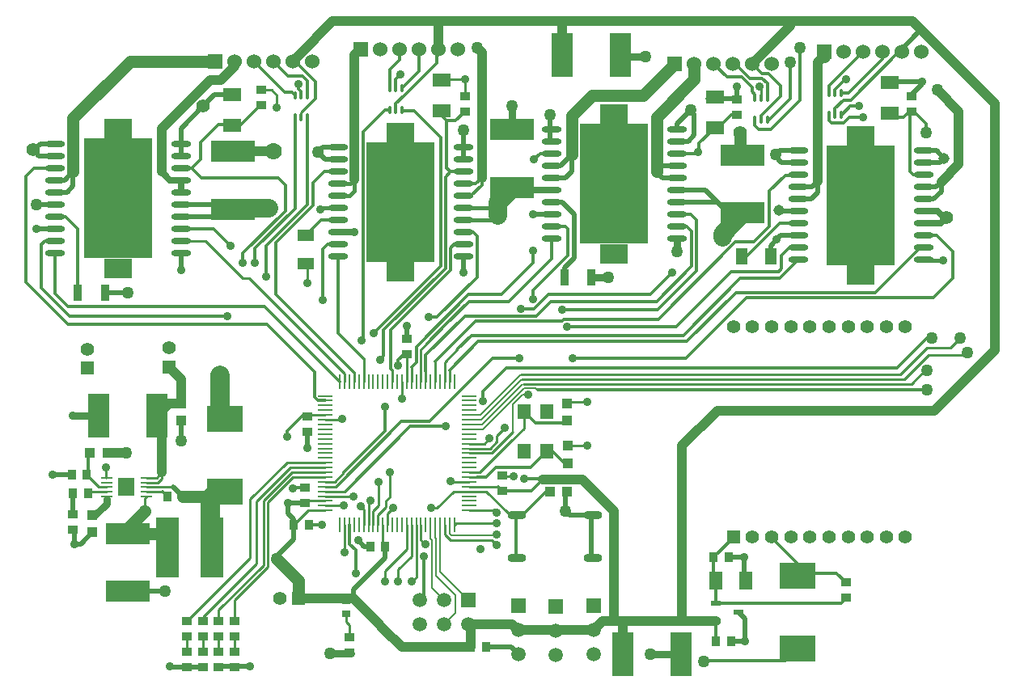
<source format=gtl>
%FSLAX25Y25*%
%MOIN*%
G70*
G01*
G75*
G04 Layer_Physical_Order=1*
G04 Layer_Color=255*
%ADD10R,0.07480X0.05315*%
%ADD11R,0.03937X0.03543*%
%ADD12R,0.03543X0.03937*%
%ADD13R,0.04331X0.04331*%
%ADD14O,0.05315X0.00984*%
%ADD15R,0.06614X0.07402*%
%ADD16R,0.11417X0.07874*%
%ADD17R,0.28346X0.49606*%
%ADD18O,0.08071X0.02362*%
%ADD19O,0.01575X0.03347*%
%ADD20R,0.04331X0.04331*%
%ADD21R,0.04528X0.07087*%
%ADD22R,0.08858X0.18110*%
%ADD23R,0.18110X0.08858*%
%ADD24R,0.09291X0.24882*%
%ADD25R,0.03740X0.06693*%
%ADD26R,0.15000X0.11000*%
%ADD27O,0.07677X0.03543*%
%ADD28R,0.05500X0.06300*%
%ADD29O,0.06102X0.00984*%
%ADD30O,0.00984X0.06102*%
%ADD31R,0.05315X0.07480*%
%ADD32R,0.03937X0.02362*%
%ADD33R,0.03543X0.02756*%
%ADD34R,0.07087X0.04528*%
%ADD35C,0.01200*%
%ADD36C,0.01000*%
%ADD37C,0.00700*%
%ADD38C,0.04000*%
%ADD39C,0.03000*%
%ADD40C,0.02000*%
%ADD41C,0.08000*%
%ADD42C,0.05000*%
%ADD43C,0.02500*%
%ADD44C,0.01500*%
%ADD45C,0.07500*%
%ADD46C,0.05512*%
%ADD47R,0.05512X0.05512*%
%ADD48C,0.05906*%
%ADD49R,0.05906X0.05906*%
%ADD50R,0.06000X0.06000*%
%ADD51C,0.06000*%
%ADD52R,0.05906X0.05906*%
%ADD53R,0.05512X0.05512*%
%ADD54C,0.03500*%
%ADD55C,0.05000*%
%ADD56C,0.01969*%
%ADD57C,0.07000*%
%ADD58C,0.05500*%
%ADD59C,0.04500*%
D10*
X241500Y430299D02*
D03*
Y417701D02*
D03*
X328000Y436299D02*
D03*
Y423701D02*
D03*
X440500Y429299D02*
D03*
Y416701D02*
D03*
X512500Y435299D02*
D03*
Y422701D02*
D03*
D11*
X272500Y291350D02*
D03*
Y297650D02*
D03*
X271500Y268150D02*
D03*
Y261850D02*
D03*
X494500Y229150D02*
D03*
Y222850D02*
D03*
X353000Y266850D02*
D03*
Y273150D02*
D03*
X313500Y329650D02*
D03*
Y323350D02*
D03*
X337500Y429650D02*
D03*
Y423350D02*
D03*
X521500Y429650D02*
D03*
Y423350D02*
D03*
X449500Y428150D02*
D03*
Y421850D02*
D03*
X253500Y432150D02*
D03*
Y425850D02*
D03*
X176000Y257150D02*
D03*
Y250850D02*
D03*
X242500Y194350D02*
D03*
Y200650D02*
D03*
X236000Y194350D02*
D03*
Y200650D02*
D03*
X229500Y194350D02*
D03*
Y200650D02*
D03*
X223000Y194350D02*
D03*
Y200650D02*
D03*
X242500Y213150D02*
D03*
Y206850D02*
D03*
X236000Y213150D02*
D03*
Y206850D02*
D03*
X229500Y213150D02*
D03*
Y206850D02*
D03*
X223000Y213150D02*
D03*
Y206850D02*
D03*
X290000Y200350D02*
D03*
Y206650D02*
D03*
D12*
X273150Y253000D02*
D03*
X266850D02*
D03*
X446150Y239500D02*
D03*
X439850D02*
D03*
X221150Y264500D02*
D03*
X214850D02*
D03*
X346150Y202500D02*
D03*
X339850D02*
D03*
X175850Y266000D02*
D03*
X182150D02*
D03*
X304650Y244000D02*
D03*
X298350D02*
D03*
X440850Y205000D02*
D03*
X447150D02*
D03*
X175350Y273500D02*
D03*
X181650D02*
D03*
D13*
X372457Y266500D02*
D03*
X379543D02*
D03*
X182957Y282500D02*
D03*
X190043D02*
D03*
D14*
X206268Y264563D02*
D03*
Y266531D02*
D03*
Y268500D02*
D03*
Y270468D02*
D03*
Y272437D02*
D03*
X189732Y264563D02*
D03*
Y266531D02*
D03*
Y268500D02*
D03*
Y270468D02*
D03*
Y272437D02*
D03*
D15*
X198000Y268500D02*
D03*
D16*
X500665Y413410D02*
D03*
Y355929D02*
D03*
X399000Y422240D02*
D03*
Y364760D02*
D03*
X194500Y416240D02*
D03*
Y358760D02*
D03*
X311000Y414740D02*
D03*
Y357260D02*
D03*
D17*
X500665Y384669D02*
D03*
X399000Y393500D02*
D03*
X194500Y387500D02*
D03*
X311000Y386000D02*
D03*
D18*
X474780Y407169D02*
D03*
Y402169D02*
D03*
Y397169D02*
D03*
Y392169D02*
D03*
Y387169D02*
D03*
Y382169D02*
D03*
Y377169D02*
D03*
Y372169D02*
D03*
Y367169D02*
D03*
Y362169D02*
D03*
X526551Y407169D02*
D03*
Y402169D02*
D03*
Y397169D02*
D03*
Y392169D02*
D03*
Y387169D02*
D03*
Y382169D02*
D03*
Y377169D02*
D03*
Y372169D02*
D03*
Y367169D02*
D03*
X373114Y416000D02*
D03*
Y411000D02*
D03*
Y406000D02*
D03*
Y401000D02*
D03*
Y396000D02*
D03*
Y391000D02*
D03*
Y386000D02*
D03*
Y381000D02*
D03*
Y376000D02*
D03*
Y371000D02*
D03*
X424886Y416000D02*
D03*
Y411000D02*
D03*
Y406000D02*
D03*
Y401000D02*
D03*
Y396000D02*
D03*
Y391000D02*
D03*
Y386000D02*
D03*
Y381000D02*
D03*
Y376000D02*
D03*
Y371000D02*
D03*
X168614Y410000D02*
D03*
Y405000D02*
D03*
Y400000D02*
D03*
Y395000D02*
D03*
Y390000D02*
D03*
Y385000D02*
D03*
Y380000D02*
D03*
Y375000D02*
D03*
Y370000D02*
D03*
Y365000D02*
D03*
X220386Y410000D02*
D03*
Y405000D02*
D03*
Y400000D02*
D03*
Y395000D02*
D03*
Y390000D02*
D03*
Y385000D02*
D03*
Y380000D02*
D03*
Y375000D02*
D03*
Y370000D02*
D03*
Y365000D02*
D03*
X285114Y408500D02*
D03*
Y403500D02*
D03*
Y398500D02*
D03*
Y393500D02*
D03*
Y388500D02*
D03*
Y383500D02*
D03*
Y378500D02*
D03*
Y373500D02*
D03*
Y368500D02*
D03*
Y363500D02*
D03*
X336886Y408500D02*
D03*
Y403500D02*
D03*
Y398500D02*
D03*
Y393500D02*
D03*
Y388500D02*
D03*
Y383500D02*
D03*
Y378500D02*
D03*
Y373500D02*
D03*
Y368500D02*
D03*
Y363500D02*
D03*
X526551Y362169D02*
D03*
D19*
X487441Y422071D02*
D03*
X490000D02*
D03*
X492559D02*
D03*
X487441Y430929D02*
D03*
X490000D02*
D03*
X492559D02*
D03*
X456941Y420071D02*
D03*
X459500D02*
D03*
X462059D02*
D03*
X456941Y428929D02*
D03*
X459500D02*
D03*
X462059D02*
D03*
X267441Y421071D02*
D03*
X270000D02*
D03*
X272559D02*
D03*
X267441Y429929D02*
D03*
X270000D02*
D03*
X272559D02*
D03*
X306441Y424071D02*
D03*
X309000D02*
D03*
X311559D02*
D03*
X306441Y432929D02*
D03*
X309000D02*
D03*
X311559D02*
D03*
D20*
X220500Y303043D02*
D03*
Y295957D02*
D03*
X184000Y257043D02*
D03*
Y249957D02*
D03*
X379500Y295957D02*
D03*
Y303043D02*
D03*
X380000Y278457D02*
D03*
Y285543D02*
D03*
D21*
X451594Y363500D02*
D03*
X463406D02*
D03*
D22*
X186591Y298000D02*
D03*
X210409D02*
D03*
X401409Y446500D02*
D03*
X377590D02*
D03*
X426409Y199500D02*
D03*
X402591D02*
D03*
D23*
X198500Y225590D02*
D03*
Y249410D02*
D03*
X452000Y405409D02*
D03*
Y381591D02*
D03*
X357000Y415909D02*
D03*
X242000Y406910D02*
D03*
Y383090D02*
D03*
X357000Y392091D02*
D03*
D24*
X233134Y243500D02*
D03*
X214866D02*
D03*
D25*
X378488Y355000D02*
D03*
X389512D02*
D03*
X177988Y348500D02*
D03*
X189012D02*
D03*
D26*
X238500Y266500D02*
D03*
Y296500D02*
D03*
X474500Y202000D02*
D03*
Y232000D02*
D03*
D27*
X358850Y256858D02*
D03*
Y239142D02*
D03*
X390150Y256858D02*
D03*
Y239142D02*
D03*
D28*
X371250Y283350D02*
D03*
Y299650D02*
D03*
X361750D02*
D03*
Y283350D02*
D03*
D29*
X279874Y258878D02*
D03*
Y260846D02*
D03*
Y262815D02*
D03*
Y264784D02*
D03*
Y266752D02*
D03*
Y268721D02*
D03*
Y270689D02*
D03*
Y272657D02*
D03*
Y274626D02*
D03*
Y276594D02*
D03*
Y278563D02*
D03*
Y280532D02*
D03*
Y282500D02*
D03*
Y284469D02*
D03*
Y286437D02*
D03*
Y288405D02*
D03*
Y290374D02*
D03*
Y292342D02*
D03*
Y294311D02*
D03*
Y296280D02*
D03*
Y298248D02*
D03*
Y300217D02*
D03*
Y302185D02*
D03*
Y304153D02*
D03*
Y306122D02*
D03*
X339126D02*
D03*
Y304153D02*
D03*
Y302185D02*
D03*
Y300217D02*
D03*
Y298248D02*
D03*
Y296280D02*
D03*
Y294311D02*
D03*
Y292342D02*
D03*
Y290374D02*
D03*
Y288405D02*
D03*
Y286437D02*
D03*
Y284469D02*
D03*
Y282500D02*
D03*
Y280532D02*
D03*
Y278563D02*
D03*
Y276594D02*
D03*
Y274626D02*
D03*
Y272657D02*
D03*
Y270689D02*
D03*
Y268721D02*
D03*
Y266752D02*
D03*
Y264784D02*
D03*
Y262815D02*
D03*
Y260846D02*
D03*
Y258878D02*
D03*
D30*
X285878Y312126D02*
D03*
X287846D02*
D03*
X289815D02*
D03*
X291783D02*
D03*
X293752D02*
D03*
X295721D02*
D03*
X297689D02*
D03*
X299658D02*
D03*
X301626D02*
D03*
X303594D02*
D03*
X305563D02*
D03*
X307531D02*
D03*
X309500D02*
D03*
X311469D02*
D03*
X313437D02*
D03*
X315406D02*
D03*
X317374D02*
D03*
X319342D02*
D03*
X321311D02*
D03*
X323280D02*
D03*
X325248D02*
D03*
X327217D02*
D03*
X329185D02*
D03*
X331153D02*
D03*
X333122D02*
D03*
Y252874D02*
D03*
X331153D02*
D03*
X329185D02*
D03*
X327217D02*
D03*
X325248D02*
D03*
X323280D02*
D03*
X321311D02*
D03*
X319342D02*
D03*
X317374D02*
D03*
X315406D02*
D03*
X313437D02*
D03*
X311469D02*
D03*
X309500D02*
D03*
X307531D02*
D03*
X305563D02*
D03*
X303594D02*
D03*
X301626D02*
D03*
X299658D02*
D03*
X297689D02*
D03*
X295721D02*
D03*
X293752D02*
D03*
X291783D02*
D03*
X289815D02*
D03*
X287846D02*
D03*
X285878D02*
D03*
D31*
X440701Y230000D02*
D03*
X453299D02*
D03*
D32*
X450224Y217000D02*
D03*
X440776Y213260D02*
D03*
Y220740D02*
D03*
D33*
X288500Y216244D02*
D03*
Y221756D02*
D03*
D34*
X272000Y372406D02*
D03*
Y360595D02*
D03*
D35*
X354500Y317500D02*
X515500D01*
X345000Y308000D02*
X354500Y317500D01*
X515500D02*
X528500Y330500D01*
X367500Y308500D02*
X528000D01*
X428500Y321500D02*
X453500Y346500D01*
X359500Y219500D02*
Y221000D01*
X220386Y375000D02*
X234000D01*
X512000Y420988D02*
X518244D01*
X520916Y424244D02*
X521500D01*
X518244Y420988D02*
X520916Y423660D01*
X442744Y417488D02*
X447106Y421850D01*
X225000Y400000D02*
X228500Y403500D01*
X432000Y442737D02*
Y443000D01*
X489828Y422071D02*
X490000D01*
X487441Y430929D02*
X487613Y431101D01*
X308828Y424242D02*
X309000Y424071D01*
X306441Y432929D02*
X306613Y433101D01*
X311559Y432929D02*
X318530Y439900D01*
X250500Y442071D02*
Y444000D01*
X440776Y220740D02*
Y229925D01*
X439850Y230850D02*
Y239500D01*
X448350Y248000D01*
X440701Y230000D02*
X440776Y229925D01*
X439850Y230850D02*
X440701Y230000D01*
X440776Y205075D02*
Y213260D01*
Y205075D02*
X440850Y205000D01*
X490650Y233000D02*
X494500Y229150D01*
X474500Y233000D02*
X490650D01*
X362315Y257858D02*
X370957Y266500D01*
X358350Y257858D02*
X362315D01*
X358350Y240142D02*
Y257858D01*
X364421Y276521D02*
X371250Y283350D01*
X351130Y268721D02*
X353000Y266850D01*
X329000Y212000D02*
X331000D01*
X212819Y266531D02*
X214850Y264500D01*
X181650Y273500D02*
X186650Y268500D01*
X474610Y397000D02*
X474780Y397169D01*
X526551Y372169D02*
X531831D01*
X276890Y304153D02*
X279874D01*
X275500Y305544D02*
X276890Y304153D01*
X275500Y305544D02*
Y316000D01*
X177988Y348500D02*
Y375012D01*
X173000Y380000D02*
X177988Y375012D01*
X168614Y380000D02*
X173000D01*
X169114Y394500D02*
X172000D01*
X378543Y278457D02*
X380000D01*
X373650Y283350D02*
X378543Y278457D01*
X371250Y283350D02*
X373650D01*
X378543Y295000D02*
X379500Y295957D01*
X366400Y295000D02*
X378543D01*
X361750Y299650D02*
X366400Y295000D01*
X220386Y400000D02*
X225000D01*
X331500Y398500D02*
X336886D01*
X506677Y348677D02*
X525169Y367169D01*
X526551D01*
X521500Y424244D02*
X527500Y418244D01*
Y414500D02*
Y418244D01*
X520916Y423660D02*
Y424244D01*
X389500Y220500D02*
X390500Y219500D01*
X374000Y220244D02*
X375000Y219244D01*
X469500Y197000D02*
X474500Y202000D01*
X435500Y197000D02*
X469500D01*
X435500D02*
X436000Y196500D01*
X353000Y266850D02*
X364850D01*
X369500Y271500D01*
X225000Y400000D02*
X229000Y396000D01*
X228500Y403500D02*
Y410500D01*
X242500Y443737D02*
Y444000D01*
X531831Y372169D02*
X538500Y365500D01*
X530000Y329000D02*
Y330000D01*
X370957Y266500D02*
X373244D01*
X424886Y381000D02*
X430500D01*
X373114Y376000D02*
X379000D01*
X263071Y431429D02*
X266071D01*
X250500Y444000D02*
X263071Y431429D01*
X258500Y444000D02*
X264500Y438000D01*
X272559Y431429D02*
Y435941D01*
X267500Y444000D02*
X276000Y435500D01*
X266500Y444000D02*
X267500D01*
X440000Y443000D02*
X445500Y437500D01*
X462500Y439000D02*
X467500Y434000D01*
X460000Y439000D02*
X462500D01*
X456000Y443000D02*
X460000Y439000D01*
X492559Y430929D02*
X495429D01*
X509500Y445000D01*
X490000Y422071D02*
Y424500D01*
X300000Y213153D02*
X300500Y213652D01*
X474500Y233000D02*
Y237000D01*
X318530Y439900D02*
Y449000D01*
X306613Y433101D02*
Y440613D01*
X310500Y444500D01*
X440500Y417488D02*
X442744D01*
X271500Y261850D02*
X272465Y262815D01*
X266650Y268150D02*
X271500D01*
X273150Y253000D02*
X278500D01*
X336886Y388500D02*
X340000D01*
X344500Y393000D01*
Y396000D01*
X342000Y393500D02*
X344500Y396000D01*
X336886Y393500D02*
X342000D01*
X287347Y260846D02*
X287500Y261000D01*
X287846Y241653D02*
X288000Y241500D01*
X297689Y262189D02*
X298500Y263000D01*
X310000Y318500D02*
Y321000D01*
X312350Y323350D01*
X313500D01*
X306850Y317195D02*
X307531Y316514D01*
X329450Y358734D02*
Y396450D01*
X302500Y321000D02*
X304000Y322500D01*
X306850Y317195D02*
Y333305D01*
X331450Y357905D01*
X304000Y322500D02*
Y333283D01*
X329450Y358734D01*
X300000Y332112D02*
X327450Y359562D01*
X300000Y332000D02*
Y332112D01*
X327450Y359562D02*
Y412550D01*
X316501Y423499D02*
X327450Y412550D01*
X329450Y396450D02*
X331500Y398500D01*
X330000Y400000D02*
X331500Y398500D01*
X330000Y400000D02*
Y419488D01*
X327500Y421988D02*
X330000Y419488D01*
X333638D01*
X337500Y423350D01*
X311559Y423499D02*
X316501D01*
X311559D02*
Y424071D01*
X304525D02*
X306441D01*
X309000D02*
Y426500D01*
X312356Y429856D01*
X312465D01*
X326000Y443391D01*
Y447500D01*
X309000Y432929D02*
Y436500D01*
X311000Y438500D01*
X310500Y444500D02*
Y449000D01*
X336886Y373500D02*
X341000D01*
X342500Y372000D01*
X331450Y357905D02*
Y366950D01*
X333000Y368500D01*
X336886D01*
X366000Y403500D02*
X368500Y406000D01*
X373114D01*
X228500Y410500D02*
X236000Y418000D01*
X245256D01*
X253500Y426244D01*
X255466Y355400D02*
Y367966D01*
X279500Y398500D02*
X285114D01*
X255466Y367966D02*
X272559Y385059D01*
Y421071D01*
X275000Y384672D02*
Y394000D01*
X279500Y398500D01*
X278095Y378500D02*
X285114D01*
X272000Y372406D02*
X278095Y378500D01*
X156500Y396500D02*
X160000Y400000D01*
X168614D01*
X181650Y273500D02*
X182043Y273894D01*
Y281500D01*
X276000Y428571D02*
Y435500D01*
X270500Y438000D02*
X272559Y435941D01*
X264500Y438000D02*
X270500D01*
X269000Y432698D02*
Y434500D01*
X270000Y431429D02*
Y431699D01*
X269000Y432698D02*
X270000Y431699D01*
X543500Y323000D02*
X544500Y324000D01*
X266071Y431429D02*
X267000Y430500D01*
X424886Y376000D02*
X429000D01*
X431000Y374000D01*
Y359500D02*
Y374000D01*
X430500Y381000D02*
X433000Y378500D01*
Y357500D02*
Y378500D01*
X530500Y346500D02*
X538500Y354500D01*
Y365500D01*
X453500Y346500D02*
X530500D01*
X449177Y348677D02*
X506677D01*
X467110Y354500D02*
X474780Y362169D01*
X451000Y354500D02*
X467110D01*
X468000Y364000D02*
X471169Y367169D01*
X474780D01*
X466800Y357300D02*
X468000Y358500D01*
Y364000D01*
X321700Y327700D02*
X329500Y335500D01*
X329657D01*
X339157Y345000D01*
X373114Y364159D02*
X373150Y364195D01*
Y366805D01*
X373114Y366841D02*
X373150Y366805D01*
X373114Y366841D02*
Y371000D01*
X342500Y355000D02*
Y372000D01*
X339000Y348000D02*
X352500D01*
X382000Y321500D02*
X428500D01*
X339157Y345000D02*
X355500D01*
X373114Y362614D01*
Y364159D01*
X352500Y348000D02*
X365500Y361000D01*
Y366000D01*
X373000Y345000D02*
X416500D01*
X431000Y359500D01*
X372000Y348000D02*
X414000D01*
X423000Y357000D01*
X331153Y316653D02*
X343000Y328500D01*
X429000D01*
X380000Y364000D02*
Y375000D01*
X379000Y376000D02*
X380000Y375000D01*
X429000Y328500D02*
X449177Y348677D01*
X379500Y334500D02*
X424500D01*
X334602Y325500D02*
X340102Y331000D01*
X427500D01*
X451000Y354500D01*
X456941Y417559D02*
Y420071D01*
Y417559D02*
X458500Y416000D01*
X463500D01*
X475500Y428000D01*
Y449500D01*
X463000Y420000D02*
X471500Y428500D01*
Y443500D01*
X459500Y421571D02*
X467500Y429571D01*
Y434000D01*
X460000Y437000D02*
X462150Y434850D01*
Y428929D02*
Y434850D01*
X459500Y420071D02*
Y421571D01*
X520916Y398584D02*
Y423660D01*
Y398584D02*
X522331Y397169D01*
X526551D01*
X377500Y341500D02*
X417000D01*
X433000Y357500D01*
X255004Y343000D02*
X285878Y312126D01*
X259500Y348000D02*
X291783Y315717D01*
X259500Y348000D02*
Y369172D01*
X275000Y384672D01*
X285114Y331886D02*
X295721Y321280D01*
X285114Y331886D02*
Y363500D01*
X279000Y345500D02*
Y366500D01*
X281000Y368500D01*
X285114D01*
X256000Y335500D02*
X275500Y316000D01*
X163000Y368500D02*
X164500Y370000D01*
X168614D01*
X266500Y268000D02*
X266650Y268150D01*
X509500Y445000D02*
Y448000D01*
X490000Y424500D02*
X493356Y427856D01*
X494151Y436500D02*
X494500D01*
X490000Y432349D02*
X494151Y436500D01*
X490000Y430929D02*
Y432349D01*
X492559Y422071D02*
X492774D01*
X493356Y427856D02*
X496356D01*
X496204Y425500D02*
X499750D01*
X492774Y422071D02*
X496204Y425500D01*
X496000Y421000D02*
X501500D01*
X493500Y418500D02*
X496000Y421000D01*
X488500Y418500D02*
X493500D01*
X487441Y419559D02*
X488500Y418500D01*
X487441Y419559D02*
Y422071D01*
X496356Y427856D02*
X517000Y448500D01*
X424500Y334500D02*
X447300Y357300D01*
X466800D01*
X528500Y330500D02*
X529500D01*
X345000Y304000D02*
Y308000D01*
X527000Y316500D02*
X528000D01*
X447106Y421850D02*
X449500D01*
X234000Y375000D02*
X241000Y368000D01*
X251000Y361000D02*
Y367000D01*
X267441Y383441D01*
Y421071D01*
X246000Y361000D02*
Y364828D01*
X263500Y382328D01*
Y393000D01*
X260500Y396000D02*
X263500Y393000D01*
X229000Y396000D02*
X260500D01*
X469500Y397000D02*
X474610D01*
X467169Y377169D02*
X474780D01*
X451594Y363500D02*
X453500D01*
X467169Y377169D01*
X449000Y369500D02*
X456500D01*
X463000Y376000D01*
Y390500D01*
X469500Y397000D01*
X440776Y220740D02*
X492390D01*
X494500Y222850D01*
X463882Y247618D02*
X474500Y237000D01*
X463882Y247618D02*
Y248000D01*
X487441Y433941D02*
X501500Y448000D01*
X487441Y430929D02*
Y433941D01*
X295000Y329000D02*
X295400Y329400D01*
Y414946D01*
X304525Y424071D01*
X349000Y321500D02*
X360000D01*
X369000Y272000D02*
X369500Y271500D01*
X362000Y272000D02*
X369000D01*
X315000Y293500D02*
X329500D01*
X323000Y295500D02*
X349000Y321500D01*
X288252Y266752D02*
X315000Y293500D01*
X360500Y342000D02*
X366000D01*
X337350Y338850D02*
X366850D01*
X366000Y342000D02*
X372000Y348000D01*
X365500Y346000D02*
Y349500D01*
X380000Y364000D01*
X325248Y320294D02*
X341804Y336850D01*
X366850Y338850D02*
X373000Y345000D01*
X342675Y272657D02*
X346158D01*
X350021Y276521D01*
X364421D01*
X349622Y258878D02*
X350500Y258000D01*
X289815Y245103D02*
Y252874D01*
Y245103D02*
X292500Y242604D01*
Y233000D02*
Y242604D01*
X319000Y222000D02*
X320500Y223500D01*
Y240000D01*
X284549Y268721D02*
X311328Y295500D01*
X323000D01*
X264300Y289450D02*
Y291800D01*
X270748Y298248D01*
X156500Y353000D02*
Y396500D01*
Y353000D02*
X174000Y335500D01*
X256000D01*
X163000Y350500D02*
Y368500D01*
Y350500D02*
X174500Y339000D01*
X239500D01*
X168614Y348386D02*
Y365000D01*
Y348386D02*
X174000Y343000D01*
X255004D01*
X315406Y317995D02*
X317442Y320032D01*
Y326443D01*
X339000Y348000D01*
X321311Y316264D02*
Y322811D01*
X337350Y338850D01*
X304500Y291500D02*
Y301500D01*
X287500Y274500D02*
X304500Y291500D01*
X341804Y336850D02*
X377395D01*
X378195Y337650D01*
X417150D01*
X449000Y369500D01*
X424886Y406000D02*
X434000D01*
Y410201D01*
X440500Y416701D01*
X322500Y338500D02*
X326000D01*
X342500Y355000D01*
X445500Y437500D02*
X451500D01*
X454828Y437000D02*
X460000D01*
X451500Y437500D02*
X455850Y433150D01*
X448000Y443000D02*
X448828D01*
X454828Y437000D01*
X455850Y431520D02*
X456941Y430429D01*
X455850Y431520D02*
Y433150D01*
D36*
X360454Y315000D02*
X516954D01*
X360454Y314954D02*
Y315000D01*
X361000Y313000D02*
X518400D01*
X527954Y326000D02*
X537500D01*
X516954Y315000D02*
X527954Y326000D01*
X528400Y323000D02*
X543500D01*
X518400Y313000D02*
X528400Y323000D01*
X521550Y311050D02*
X527000Y316500D01*
X361383Y311050D02*
X521550D01*
X206268Y268500D02*
X217150D01*
X311469Y304468D02*
X311500Y304500D01*
X332811Y270689D02*
X339126D01*
X361750Y292750D02*
Y299650D01*
X339126Y272657D02*
X343500D01*
X339126Y268721D02*
X351130D01*
X206268Y266531D02*
X212819D01*
X182500Y266500D02*
X189732Y266531D01*
X186650Y268500D02*
X189732D01*
X321311Y312126D02*
Y316264D01*
X325248Y312126D02*
Y320294D01*
X315406Y312126D02*
Y317995D01*
X355142Y257858D02*
X358350D01*
X346248Y266752D02*
X355142Y257858D01*
X339126Y266752D02*
X346248D01*
X339126Y286437D02*
X345437D01*
X279874Y266752D02*
X288252D01*
X311469Y304468D02*
Y312126D01*
X279874Y270689D02*
X283689D01*
X272465Y262815D02*
X279874D01*
X288500Y213000D02*
Y216244D01*
Y213000D02*
X290000Y211500D01*
Y206846D02*
Y211500D01*
X272728Y258878D02*
X279874D01*
Y260846D02*
X287347D01*
X283689Y270689D02*
X287500Y274500D01*
X279874Y264784D02*
X291216D01*
X291500Y264500D01*
X287846Y241653D02*
Y252874D01*
X295721D02*
Y259279D01*
X294500Y260500D02*
X295721Y259279D01*
X297689Y252874D02*
Y262189D01*
X299658Y252874D02*
Y258658D01*
X302000Y261000D01*
Y270500D01*
X307000Y260000D02*
X308000D01*
X305563Y252874D02*
Y257563D01*
X308000Y260000D01*
X301626Y252874D02*
Y257126D01*
X304950Y260450D01*
Y262813D01*
X306500Y264363D01*
Y274500D01*
X313437Y312126D02*
Y323287D01*
X313500Y323350D01*
X307531Y312126D02*
Y316514D01*
X323500Y260000D02*
X326000D01*
X332752Y266752D01*
X339126D01*
X331500Y271000D02*
X332500D01*
X332811Y270689D01*
X380043Y285500D02*
X388000D01*
X379957Y303500D02*
X388000D01*
X337500Y429650D02*
Y436500D01*
X328201D02*
X337500D01*
X372500Y411614D02*
X373114Y411000D01*
X260000Y425000D02*
Y430000D01*
X257850Y432150D02*
X260000Y430000D01*
X253500Y432150D02*
X257850D01*
X272500Y352500D02*
Y360094D01*
X272000Y360595D02*
X272500Y360094D01*
X189500Y272437D02*
Y276500D01*
X206268Y270468D02*
X210968D01*
X212500Y272000D01*
Y274500D01*
X206268Y272437D02*
X210437D01*
X212500Y274500D01*
X270000Y421071D02*
Y423000D01*
X275571Y428571D01*
X276000D01*
X537500Y326000D02*
X541500Y330000D01*
X319342Y312126D02*
Y325342D01*
X331153Y312126D02*
Y316653D01*
X329185Y312126D02*
Y320083D01*
X334602Y325500D01*
X459500Y428929D02*
Y433000D01*
X459000Y433500D02*
X459500Y433000D01*
X526551Y362169D02*
X528331D01*
X528500Y362000D01*
X220386Y370000D02*
X230500D01*
X246000Y354500D01*
X248597D02*
X287846Y315251D01*
X246000Y354500D02*
X248597D01*
X287846Y312126D02*
Y315251D01*
X291783Y312126D02*
Y315717D01*
X295721Y312126D02*
Y321280D01*
X249000Y263500D02*
X264063Y278563D01*
X279874D01*
X266657Y272657D02*
X279874D01*
X256200Y262200D02*
X266657Y272657D01*
X256200Y235700D02*
Y262200D01*
X242500Y222000D02*
X256200Y235700D01*
X242500Y213150D02*
Y222000D01*
X254400Y236446D02*
Y262946D01*
X236000Y218046D02*
X254400Y236446D01*
X236000Y213150D02*
Y218046D01*
X251500Y237000D02*
Y262591D01*
X229500Y215000D02*
X251500Y237000D01*
X229500Y213150D02*
Y215000D01*
X223000Y200650D02*
Y206850D01*
X229500Y200650D02*
Y206850D01*
X236000Y200650D02*
Y206850D01*
X242500Y200650D02*
Y206850D01*
X223000Y213150D02*
X249000Y239150D01*
Y263500D01*
X356500Y287500D02*
X361750Y292750D01*
X345437Y286437D02*
X347500Y288500D01*
X339126Y284469D02*
X347782D01*
X350550Y287237D01*
X339126Y282500D02*
X348359D01*
X357050Y291191D01*
X350550Y287237D02*
Y289550D01*
X354000Y293000D01*
X311469Y304532D02*
X311500Y304500D01*
X353150Y273000D02*
X357500D01*
X339126Y274626D02*
X343626D01*
X356500Y287500D01*
X339126Y258878D02*
X349622D01*
X333748Y253500D02*
X350500D01*
X333122Y252874D02*
X333748Y253500D01*
X329185Y248815D02*
Y252874D01*
Y248815D02*
X331500Y246500D01*
X348500D01*
X350500Y244500D01*
X319342Y246758D02*
Y252874D01*
Y246758D02*
X321100Y245000D01*
X303594Y245055D02*
Y252874D01*
Y245055D02*
X304650Y244000D01*
X304500Y229500D02*
Y234000D01*
X313437Y242937D01*
Y252874D01*
X315406Y239906D02*
Y252874D01*
X310000Y234500D02*
X315406Y239906D01*
X310000Y229500D02*
Y234500D01*
X317374Y231374D02*
Y252874D01*
X315500Y229500D02*
X317374Y231374D01*
X279874Y268721D02*
X284549D01*
X279874Y296280D02*
X286779D01*
X287000Y296500D01*
X270748Y298248D02*
X279874D01*
X251500Y262591D02*
X265503Y276594D01*
X279874D01*
X254400Y262946D02*
X266080Y274626D01*
X279874D01*
X266850Y253000D02*
X272728Y258878D01*
X319342Y325342D02*
X321700Y327700D01*
X205500Y258500D02*
Y263795D01*
X206268Y264563D01*
D37*
X343748Y298248D02*
X360454Y314954D01*
X344280Y296280D02*
X361000Y313000D01*
X344432Y294311D02*
X361061Y310939D01*
X366600Y309400D02*
X367500Y308500D01*
X361852Y309400D02*
X366600D01*
X344843Y292390D02*
X361852Y309400D01*
X361074Y306500D02*
X363500D01*
X357050Y302476D02*
X361074Y306500D01*
X357050Y291191D02*
Y302476D01*
X339126Y298248D02*
X343748D01*
X339126Y296280D02*
X344280D01*
X339126Y294311D02*
X344432D01*
X339126Y292342D02*
X344843D01*
Y292390D01*
X331153Y249346D02*
Y252874D01*
Y249346D02*
X331827Y248673D01*
X350173D01*
X350500Y249000D01*
X323280Y247461D02*
Y252874D01*
X327217Y233784D02*
Y252874D01*
X325248Y247614D02*
Y252874D01*
X323280Y247461D02*
X324000Y246740D01*
X325248Y247614D02*
X325500Y247361D01*
Y232000D02*
Y247361D01*
X327217Y233784D02*
X339000Y222000D01*
X325500Y232000D02*
X333500Y224000D01*
Y216500D02*
Y224000D01*
X329000Y212000D02*
X333500Y216500D01*
X324000Y227000D02*
Y246740D01*
Y227000D02*
X329000Y222000D01*
D38*
X441500Y300000D02*
X531000D01*
X427000Y285500D02*
X441500Y300000D01*
X390500Y209500D02*
X394260Y213260D01*
X359500Y209500D02*
X390500D01*
X369500Y271500D02*
X386000D01*
X399000Y258500D01*
X394260Y213260D02*
X399000D01*
X533750Y394250D02*
X541000Y401500D01*
Y423373D01*
X532187Y432187D02*
X541000Y423373D01*
X342521Y449521D02*
X344500Y447542D01*
Y396000D02*
Y447542D01*
X556000Y325000D02*
Y426500D01*
X456000Y443000D02*
X471500Y458500D01*
X431500Y213260D02*
X440776D01*
X402591Y199500D02*
Y213169D01*
X402500Y213260D02*
X402591Y213169D01*
X431500Y213260D02*
X436276D01*
X427000D02*
X431500D01*
X402500D02*
X427000D01*
X399000D02*
X402500D01*
X399000D02*
Y258500D01*
X377590Y446500D02*
X378000Y446910D01*
X291652Y222500D02*
X300500Y213652D01*
X266500Y444000D02*
X268700Y446200D01*
Y446402D01*
X242091Y407000D02*
X258500D01*
X242000Y406910D02*
X242091Y407000D01*
X220500Y303043D02*
Y313063D01*
X215500Y318063D02*
X220500Y313063D01*
X215453Y303043D02*
X220500D01*
X210409Y298000D02*
X215453Y303043D01*
X212500Y274500D02*
Y295910D01*
X210409Y298000D02*
X212500Y295910D01*
X190043Y282500D02*
X198000D01*
X190043Y282500D02*
X190043Y282500D01*
X212500Y398500D02*
Y416349D01*
X238460Y438000D02*
Y438000D01*
X236730Y436270D02*
X238460Y438000D01*
X232421Y436270D02*
X236730D01*
X212500Y416349D02*
X232421Y436270D01*
X238460Y438000D02*
X242500Y442040D01*
Y444000D01*
X427000Y213260D02*
Y285500D01*
X531000Y300000D02*
X556000Y325000D01*
X483000Y443500D02*
X485500Y446000D01*
X483000Y394500D02*
Y443500D01*
X300500Y213652D02*
X304650Y209298D01*
X303594Y210405D02*
X311500Y202500D01*
X339500D01*
X339000Y212000D02*
X357000D01*
X359500Y209500D01*
X339850Y202500D02*
Y211150D01*
X339000Y212000D02*
X339850Y211150D01*
X268937Y222500D02*
X291652D01*
X522000Y460500D02*
X556000Y426500D01*
X377590Y446500D02*
Y460409D01*
X268700Y446402D02*
X282798Y460500D01*
X326500Y449000D02*
Y460500D01*
X282798D02*
X326500D01*
X522000D01*
X292000Y395386D02*
Y446500D01*
X294500Y449000D01*
D39*
X389512Y355000D02*
X396500D01*
X425000Y365500D02*
Y370886D01*
X357000Y392091D02*
X358090Y391000D01*
X414000Y199500D02*
X426409D01*
X184500Y256543D02*
X189732Y261776D01*
Y263732D01*
X197909Y225000D02*
X198500Y225590D01*
X281890Y200110D02*
X290500D01*
X176000Y298000D02*
X186591D01*
X401409Y446500D02*
X401909Y446000D01*
X412000D01*
X357000Y415909D02*
Y425500D01*
D40*
X217150Y268500D02*
X221150Y264500D01*
X220386Y405000D02*
Y410000D01*
X282512Y373500D02*
X285114D01*
X229500Y425500D02*
X234299Y430299D01*
X189012Y348500D02*
X198500D01*
X336886Y403500D02*
Y408500D01*
X437500Y428512D02*
X448256D01*
X467669Y372169D02*
X474780D01*
X463406Y367905D02*
X467669Y372169D01*
X463406Y363500D02*
Y367905D01*
X446150Y239500D02*
X452500D01*
X272500Y284500D02*
Y291350D01*
X161000Y375000D02*
X168614D01*
X379000Y265492D02*
X380508Y267000D01*
X379000Y258500D02*
Y265492D01*
X365500Y381000D02*
X373114D01*
X378488Y355000D02*
Y358988D01*
X266000Y233000D02*
X266850Y233850D01*
Y253000D02*
Y255150D01*
X264500Y257500D02*
X266850Y255150D01*
X264500Y257500D02*
Y262000D01*
X271350D01*
X271500Y261850D01*
X336886Y357114D02*
X337000Y357000D01*
X336886Y357114D02*
Y363500D01*
X372500Y411614D02*
Y422000D01*
X373114Y401000D02*
X377000D01*
X381500Y405500D01*
X373114Y396000D02*
X379000D01*
X381500Y398500D01*
Y405500D01*
X234299Y430299D02*
X241500D01*
X220386Y410000D02*
Y416386D01*
X229500Y425500D01*
X220386Y365000D02*
X220500Y364886D01*
Y358000D02*
Y364886D01*
X220386Y385000D02*
X240090D01*
X220386Y380000D02*
X238910D01*
X242000Y383090D01*
X161000Y385000D02*
X168614D01*
X198591Y225500D02*
X214000D01*
X198500Y225590D02*
X198591Y225500D01*
X175850Y257150D02*
Y266000D01*
X176500Y245000D02*
X179043D01*
X184000Y249957D01*
X176500Y245000D02*
Y250350D01*
X167500Y273500D02*
X175350D01*
X220500Y287500D02*
Y295957D01*
X336886Y408500D02*
X337000Y408614D01*
Y415500D01*
X389650Y240142D02*
Y256858D01*
X379000Y258500D02*
X380500Y257000D01*
X388791D01*
X373114Y386000D02*
X377500D01*
X378488Y358988D02*
X382500Y363000D01*
Y381000D01*
X377500Y386000D02*
X382500Y381000D01*
X526551Y407169D02*
X531831D01*
X535000Y404000D01*
X526551Y402169D02*
X533169D01*
X535000Y404000D01*
X419000Y396000D02*
X424886D01*
X416500Y398500D02*
X419000Y396000D01*
Y401000D02*
X424886D01*
X416500Y398500D02*
X419000Y401000D01*
X159500Y407500D02*
X160000D01*
X162500Y410000D01*
X168614D01*
X162000Y405000D02*
X168614D01*
X159500Y407500D02*
X162000Y405000D01*
X168614Y390000D02*
X173500D01*
X176000Y392500D01*
Y398500D01*
X168614Y395000D02*
X172500D01*
X176000Y398500D01*
X260000Y239000D02*
Y240000D01*
X266850Y246850D01*
Y253000D01*
X236000Y194350D02*
X236150Y194500D01*
X249000D01*
X216000D02*
X216150Y194350D01*
X223000D01*
X229500D01*
X517500Y448000D02*
Y449000D01*
X524000Y455500D01*
X526000Y434756D02*
Y435500D01*
X512701D02*
X526000D01*
X521000Y429756D02*
X526000Y434756D01*
X526551Y387169D02*
X530669D01*
X533750Y390250D01*
Y394250D01*
X526551Y392169D02*
X531669D01*
X533750Y394250D01*
X424886Y391000D02*
X436500D01*
X445910Y381591D02*
X452000D01*
X424886Y386000D02*
X440909D01*
X436500Y391000D02*
X445910Y381591D01*
X467331Y382169D02*
X474780D01*
X452500Y230799D02*
Y239500D01*
Y230799D02*
X453299Y230000D01*
X447150Y205000D02*
X453000D01*
X450224Y217000D02*
X453000Y214224D01*
Y205000D02*
Y214224D01*
X474780Y387169D02*
X480169D01*
X483000Y390000D01*
Y394500D01*
X474780Y392169D02*
X480669D01*
X483000Y394500D01*
X313500Y329650D02*
Y335000D01*
X296000Y244000D02*
X298350D01*
X293500Y246500D02*
X296000Y244000D01*
X346150Y202500D02*
X356500D01*
X359500Y199500D01*
X291652Y222500D02*
Y226152D01*
X304650Y239150D01*
Y244000D01*
X427500Y411000D02*
X429500D01*
X424886Y416000D02*
Y418386D01*
X430386Y423886D01*
X429500Y411000D02*
X432000Y413500D01*
Y422272D01*
X430386Y423886D02*
X432000Y422272D01*
X467831Y402169D02*
X474780D01*
X466500Y403500D02*
X467831Y402169D01*
X467169Y407169D02*
X474780D01*
X465500Y405500D02*
X467169Y407169D01*
X279000Y408500D02*
X285114D01*
X277000Y406500D02*
X279000Y408500D01*
X280000Y403500D02*
X285114D01*
X277000Y406500D02*
X280000Y403500D01*
X449500Y429756D02*
Y433500D01*
X448256Y428512D02*
X449500Y429756D01*
D41*
X236500Y298000D02*
Y314500D01*
X232500Y253866D02*
Y263000D01*
X242000Y406910D02*
X245910D01*
D42*
X416500Y398500D02*
Y421000D01*
X432000Y436500D01*
Y443000D01*
X411000Y430000D02*
X424000Y443000D01*
X390000Y430000D02*
X411000D01*
X381500Y421500D02*
X390000Y430000D01*
X381500Y405500D02*
Y421500D01*
X199500Y444000D02*
X234500D01*
X221150Y264500D02*
X231000D01*
X234000Y267500D01*
X198500Y249410D02*
X212776D01*
X268937Y222500D02*
Y230063D01*
X260000Y239000D02*
X266000Y233000D01*
X268937Y230063D01*
X198500Y251500D02*
X205500Y258500D01*
X198500Y249410D02*
Y251500D01*
X176000Y398500D02*
Y420500D01*
X451000Y406410D02*
Y414500D01*
Y406410D02*
X452000Y405409D01*
X485500Y446000D02*
Y448000D01*
X176000Y420500D02*
X199500Y444000D01*
D43*
X358090Y391000D02*
X373114D01*
X220386Y390000D02*
Y395000D01*
X285114Y373500D02*
X292000D01*
X212500Y398500D02*
X216000Y395000D01*
X220386D01*
X240090Y385000D02*
X242000Y383090D01*
X526551Y377169D02*
X533669D01*
X536000Y379500D01*
X535000D02*
X536000D01*
X532331Y382169D02*
X535000Y379500D01*
X526551Y382169D02*
X532331D01*
X467000Y382500D02*
X467331Y382169D01*
D44*
X285114Y393500D02*
X290114D01*
X292000Y395386D01*
X285114Y388500D02*
X290000D01*
X292000Y390500D01*
Y395386D01*
X336886Y378500D02*
X348764D01*
X350764Y380500D01*
X336886Y383500D02*
X347764D01*
X350764Y380500D01*
X278500Y383500D02*
X285114D01*
X278000Y383000D02*
X278500Y383500D01*
X528500Y362000D02*
X534500D01*
D45*
X350764Y380500D02*
Y385855D01*
X357000Y392091D01*
X242409Y383500D02*
X256500D01*
X242000Y383090D02*
X242409Y383500D01*
X443500Y371500D02*
Y373091D01*
X452000Y381591D01*
D46*
X519000Y248000D02*
D03*
X511126D02*
D03*
X503252D02*
D03*
X495378D02*
D03*
X487504D02*
D03*
X479630D02*
D03*
X471756D02*
D03*
X463882D02*
D03*
X456008D02*
D03*
X448134Y334614D02*
D03*
X456008D02*
D03*
X463882D02*
D03*
X471756D02*
D03*
X479630D02*
D03*
X487504D02*
D03*
X495378D02*
D03*
X503252D02*
D03*
X511126D02*
D03*
X519000D02*
D03*
X261063Y222500D02*
D03*
X215500Y325937D02*
D03*
X182000Y325437D02*
D03*
D47*
X448134Y248000D02*
D03*
X268937Y222500D02*
D03*
D48*
X319000Y212000D02*
D03*
Y222000D02*
D03*
X329000Y212000D02*
D03*
Y222000D02*
D03*
X339000Y212000D02*
D03*
X390500Y199500D02*
D03*
Y209500D02*
D03*
X375000Y199244D02*
D03*
Y209244D02*
D03*
X359500Y199500D02*
D03*
Y209500D02*
D03*
D49*
X339000Y222000D02*
D03*
D50*
X485500Y448000D02*
D03*
X424000Y443000D02*
D03*
X294500Y449000D02*
D03*
X234500Y444000D02*
D03*
D51*
X493500Y448000D02*
D03*
X501500D02*
D03*
X509500D02*
D03*
X517500D02*
D03*
X525500D02*
D03*
X464000Y443000D02*
D03*
X456000D02*
D03*
X448000D02*
D03*
X440000D02*
D03*
X432000D02*
D03*
X334500Y449000D02*
D03*
X326500D02*
D03*
X318500D02*
D03*
X310500D02*
D03*
X302500D02*
D03*
X274500Y444000D02*
D03*
X266500D02*
D03*
X258500D02*
D03*
X250500D02*
D03*
X242500D02*
D03*
D52*
X390500Y219500D02*
D03*
X375000Y219244D02*
D03*
X359500Y219500D02*
D03*
D53*
X215500Y318063D02*
D03*
X182000Y317563D02*
D03*
D54*
X363500Y306500D02*
D03*
X272500Y352500D02*
D03*
X466000Y370500D02*
D03*
X452500Y239500D02*
D03*
X272500Y284500D02*
D03*
X161000Y375000D02*
D03*
X365500Y381000D02*
D03*
X264300Y289450D02*
D03*
X264500Y262000D02*
D03*
X278500Y253000D02*
D03*
X287500Y261000D02*
D03*
X291500Y264500D02*
D03*
X288000Y241500D02*
D03*
X294500Y260500D02*
D03*
X298500Y263000D02*
D03*
X302000Y270500D02*
D03*
X306500Y274500D02*
D03*
X308000Y260000D02*
D03*
X310000Y318500D02*
D03*
X302500Y321000D02*
D03*
X300000Y332000D02*
D03*
X323500Y260000D02*
D03*
X331500Y271000D02*
D03*
X388000Y303500D02*
D03*
Y285500D02*
D03*
X337500Y436500D02*
D03*
X311000Y438500D02*
D03*
X337000Y357000D02*
D03*
X366000Y403500D02*
D03*
X260000Y425000D02*
D03*
X246000Y361000D02*
D03*
X251000D02*
D03*
X255466Y355400D02*
D03*
X278000Y383000D02*
D03*
X292000Y373500D02*
D03*
X220500Y358000D02*
D03*
X176000Y298000D02*
D03*
X176500Y245000D02*
D03*
X167500Y273500D02*
D03*
X189500Y276500D02*
D03*
X269000Y434500D02*
D03*
X360000Y321500D02*
D03*
X382000D02*
D03*
X365500Y366000D02*
D03*
X423000Y357000D02*
D03*
X377500Y341500D02*
D03*
X379500Y334500D02*
D03*
X459000Y433500D02*
D03*
X534500Y362000D02*
D03*
X279000Y345500D02*
D03*
X239500Y339000D02*
D03*
X266500Y268000D02*
D03*
X216000Y194500D02*
D03*
X249000D02*
D03*
X494500Y436500D02*
D03*
X501500Y421000D02*
D03*
X499750Y425500D02*
D03*
X526000Y435500D02*
D03*
X345000Y304000D02*
D03*
X347500Y288500D02*
D03*
X354000Y293000D02*
D03*
X241000Y368000D02*
D03*
X453000Y205000D02*
D03*
X295000Y329000D02*
D03*
X292500Y233000D02*
D03*
X311469Y305000D02*
D03*
X357500Y273000D02*
D03*
X362000Y272000D02*
D03*
X329500Y293500D02*
D03*
X313500Y335000D02*
D03*
X360500Y342000D02*
D03*
X365500Y346000D02*
D03*
X350500Y258000D02*
D03*
Y253500D02*
D03*
Y249000D02*
D03*
Y244500D02*
D03*
X321100Y245000D02*
D03*
X293500Y246500D02*
D03*
X304500Y229500D02*
D03*
X310000D02*
D03*
X315500D02*
D03*
X344000Y243000D02*
D03*
X320500Y240000D02*
D03*
X287000Y296500D02*
D03*
X304500Y301500D02*
D03*
X433500Y406500D02*
D03*
X322500Y338500D02*
D03*
X449500Y433500D02*
D03*
D55*
X396500Y355000D02*
D03*
X260000Y239000D02*
D03*
X541500Y330000D02*
D03*
X527500Y414500D02*
D03*
X436000Y196500D02*
D03*
X532187Y432187D02*
D03*
X342521Y449521D02*
D03*
X471500Y443500D02*
D03*
X161000Y385000D02*
D03*
X198500Y348500D02*
D03*
X236500Y314500D02*
D03*
X530000Y330000D02*
D03*
X544500Y324000D02*
D03*
X379000Y258500D02*
D03*
X430386Y423886D02*
D03*
X425000Y365500D02*
D03*
X372500Y422000D02*
D03*
X414000Y199500D02*
D03*
X214000Y225500D02*
D03*
X281890Y200110D02*
D03*
X220500Y287500D02*
D03*
X205500Y258500D02*
D03*
X198000Y282500D02*
D03*
X337000Y415500D02*
D03*
X475500Y449500D02*
D03*
X528000Y308500D02*
D03*
Y316500D02*
D03*
X412000Y446000D02*
D03*
X465500Y405500D02*
D03*
X357000Y425500D02*
D03*
X277000Y406500D02*
D03*
D56*
X489839Y406323D02*
D03*
X494169D02*
D03*
X498500D02*
D03*
X502831D02*
D03*
X507161D02*
D03*
X511492D02*
D03*
X489839Y401992D02*
D03*
X494169D02*
D03*
X498500D02*
D03*
X502831D02*
D03*
X507161D02*
D03*
X511492D02*
D03*
X489839Y397661D02*
D03*
X494169D02*
D03*
X498500D02*
D03*
X502831D02*
D03*
X507161D02*
D03*
X511492D02*
D03*
X489839Y393331D02*
D03*
X494169D02*
D03*
X498500D02*
D03*
X502831D02*
D03*
X507161D02*
D03*
X511492D02*
D03*
X489839Y389000D02*
D03*
X494169D02*
D03*
X498500D02*
D03*
X502831D02*
D03*
X507161D02*
D03*
X511492D02*
D03*
X489839Y384669D02*
D03*
X494169D02*
D03*
X498500D02*
D03*
X502831D02*
D03*
X507161D02*
D03*
X511492D02*
D03*
X489839Y380339D02*
D03*
X494169D02*
D03*
X498500D02*
D03*
X502831D02*
D03*
X507161D02*
D03*
X511492D02*
D03*
X489839Y376008D02*
D03*
X494169D02*
D03*
X498500D02*
D03*
X502831D02*
D03*
X507161D02*
D03*
X511492D02*
D03*
X489839Y371677D02*
D03*
X494169D02*
D03*
X498500D02*
D03*
X502831D02*
D03*
X507161D02*
D03*
X511492D02*
D03*
X489839Y367347D02*
D03*
X494169D02*
D03*
X498500D02*
D03*
X502831D02*
D03*
X507161D02*
D03*
X511492D02*
D03*
X489839Y363016D02*
D03*
X494169D02*
D03*
X498500D02*
D03*
X502831D02*
D03*
X507161D02*
D03*
X511492D02*
D03*
X388173Y415154D02*
D03*
X392504D02*
D03*
X396835D02*
D03*
X401165D02*
D03*
X405496D02*
D03*
X409827D02*
D03*
X388173Y410823D02*
D03*
X392504D02*
D03*
X396835D02*
D03*
X401165D02*
D03*
X405496D02*
D03*
X409827D02*
D03*
X388173Y406492D02*
D03*
X392504D02*
D03*
X396835D02*
D03*
X401165D02*
D03*
X405496D02*
D03*
X409827D02*
D03*
X388173Y402161D02*
D03*
X392504D02*
D03*
X396835D02*
D03*
X401165D02*
D03*
X405496D02*
D03*
X409827D02*
D03*
X388173Y397831D02*
D03*
X392504D02*
D03*
X396835D02*
D03*
X401165D02*
D03*
X405496D02*
D03*
X409827D02*
D03*
X388173Y393500D02*
D03*
X392504D02*
D03*
X396835D02*
D03*
X401165D02*
D03*
X405496D02*
D03*
X409827D02*
D03*
X388173Y389169D02*
D03*
X392504D02*
D03*
X396835D02*
D03*
X401165D02*
D03*
X405496D02*
D03*
X409827D02*
D03*
X388173Y384839D02*
D03*
X392504D02*
D03*
X396835D02*
D03*
X401165D02*
D03*
X405496D02*
D03*
X409827D02*
D03*
X388173Y380508D02*
D03*
X392504D02*
D03*
X396835D02*
D03*
X401165D02*
D03*
X405496D02*
D03*
X409827D02*
D03*
X388173Y376177D02*
D03*
X392504D02*
D03*
X396835D02*
D03*
X401165D02*
D03*
X405496D02*
D03*
X409827D02*
D03*
X388173Y371847D02*
D03*
X392504D02*
D03*
X396835D02*
D03*
X401165D02*
D03*
X405496D02*
D03*
X409827D02*
D03*
X183673Y409154D02*
D03*
X188004D02*
D03*
X192335D02*
D03*
X196665D02*
D03*
X200996D02*
D03*
X205327D02*
D03*
X183673Y404823D02*
D03*
X188004D02*
D03*
X192335D02*
D03*
X196665D02*
D03*
X200996D02*
D03*
X205327D02*
D03*
X183673Y400492D02*
D03*
X188004D02*
D03*
X192335D02*
D03*
X196665D02*
D03*
X200996D02*
D03*
X205327D02*
D03*
X183673Y396161D02*
D03*
X188004D02*
D03*
X192335D02*
D03*
X196665D02*
D03*
X200996D02*
D03*
X205327D02*
D03*
X183673Y391831D02*
D03*
X188004D02*
D03*
X192335D02*
D03*
X196665D02*
D03*
X200996D02*
D03*
X205327D02*
D03*
X183673Y387500D02*
D03*
X188004D02*
D03*
X192335D02*
D03*
X196665D02*
D03*
X200996D02*
D03*
X205327D02*
D03*
X183673Y383169D02*
D03*
X188004D02*
D03*
X192335D02*
D03*
X196665D02*
D03*
X200996D02*
D03*
X205327D02*
D03*
X183673Y378839D02*
D03*
X188004D02*
D03*
X192335D02*
D03*
X196665D02*
D03*
X200996D02*
D03*
X205327D02*
D03*
X183673Y374508D02*
D03*
X188004D02*
D03*
X192335D02*
D03*
X196665D02*
D03*
X200996D02*
D03*
X205327D02*
D03*
X183673Y370177D02*
D03*
X188004D02*
D03*
X192335D02*
D03*
X196665D02*
D03*
X200996D02*
D03*
X205327D02*
D03*
X183673Y365846D02*
D03*
X188004D02*
D03*
X192335D02*
D03*
X196665D02*
D03*
X200996D02*
D03*
X205327D02*
D03*
X300173Y407654D02*
D03*
X304504D02*
D03*
X308835D02*
D03*
X313165D02*
D03*
X317496D02*
D03*
X321827D02*
D03*
X300173Y403323D02*
D03*
X304504D02*
D03*
X308835D02*
D03*
X313165D02*
D03*
X317496D02*
D03*
X321827D02*
D03*
X300173Y398992D02*
D03*
X304504D02*
D03*
X308835D02*
D03*
X313165D02*
D03*
X317496D02*
D03*
X321827D02*
D03*
X300173Y394661D02*
D03*
X304504D02*
D03*
X308835D02*
D03*
X313165D02*
D03*
X317496D02*
D03*
X321827D02*
D03*
X300173Y390331D02*
D03*
X304504D02*
D03*
X308835D02*
D03*
X313165D02*
D03*
X317496D02*
D03*
X321827D02*
D03*
X300173Y386000D02*
D03*
X304504D02*
D03*
X308835D02*
D03*
X313165D02*
D03*
X317496D02*
D03*
X321827D02*
D03*
X300173Y381669D02*
D03*
X304504D02*
D03*
X308835D02*
D03*
X313165D02*
D03*
X317496D02*
D03*
X321827D02*
D03*
X300173Y377339D02*
D03*
X304504D02*
D03*
X308835D02*
D03*
X313165D02*
D03*
X317496D02*
D03*
X321827D02*
D03*
X300173Y373008D02*
D03*
X304504D02*
D03*
X308835D02*
D03*
X313165D02*
D03*
X317496D02*
D03*
X321827D02*
D03*
X300173Y368677D02*
D03*
X304504D02*
D03*
X308835D02*
D03*
X313165D02*
D03*
X317496D02*
D03*
X321827D02*
D03*
X300173Y364347D02*
D03*
X304504D02*
D03*
X308835D02*
D03*
X313165D02*
D03*
X317496D02*
D03*
X321827D02*
D03*
X198000Y270665D02*
D03*
Y266335D02*
D03*
D57*
X256500Y383500D02*
D03*
X350764Y380500D02*
D03*
X258500Y407000D02*
D03*
D58*
X229500Y425500D02*
D03*
X536000Y379500D02*
D03*
X159500Y407500D02*
D03*
X443500Y371500D02*
D03*
X451000Y414500D02*
D03*
D59*
X535000Y404000D02*
D03*
X467000Y382500D02*
D03*
M02*

</source>
